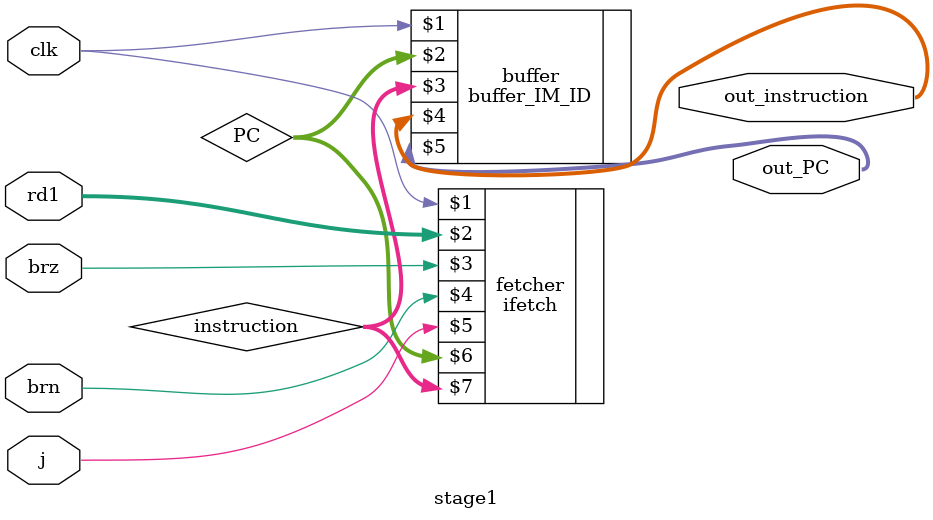
<source format=v>
`timescale 1ns / 1ps
`include "ifetch.v"
`include "IF_ID_buffer.v"

module stage1 (
    input clk, input [31:0] rd1, input brz, input brn, input j, output [31:0] out_instruction, output [31:0] out_PC);

    wire [31:0] PC;
    wire [31:0] instruction;
    ifetch fetcher(clk, rd1, brz, brn, j, PC, instruction);
    buffer_IM_ID buffer(clk, PC, instruction, out_instruction, out_PC);

endmodule
</source>
